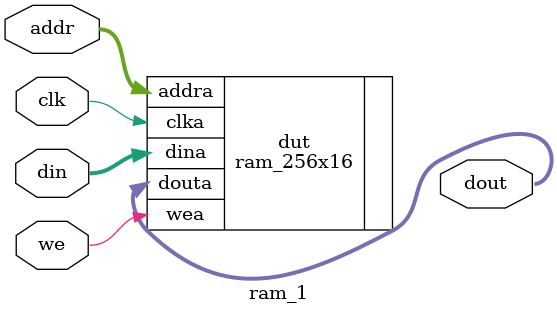
<source format=v>
`timescale 1ns / 1ps
module ram_1(
    input clk,
    input we,
    input [15:0] addr,
    input [15:0] din,
    output [15:0] dout
    );

     ram_256x16 dut(
     .clka(clk), // input clka
     .wea(we), // input [0 : 0] wea
     .addra(addr), // input [7 : 0] addra
     .dina(din), // input [15 : 0] dina
     .douta(dout) // output [15 : 0] douta
);

endmodule

</source>
